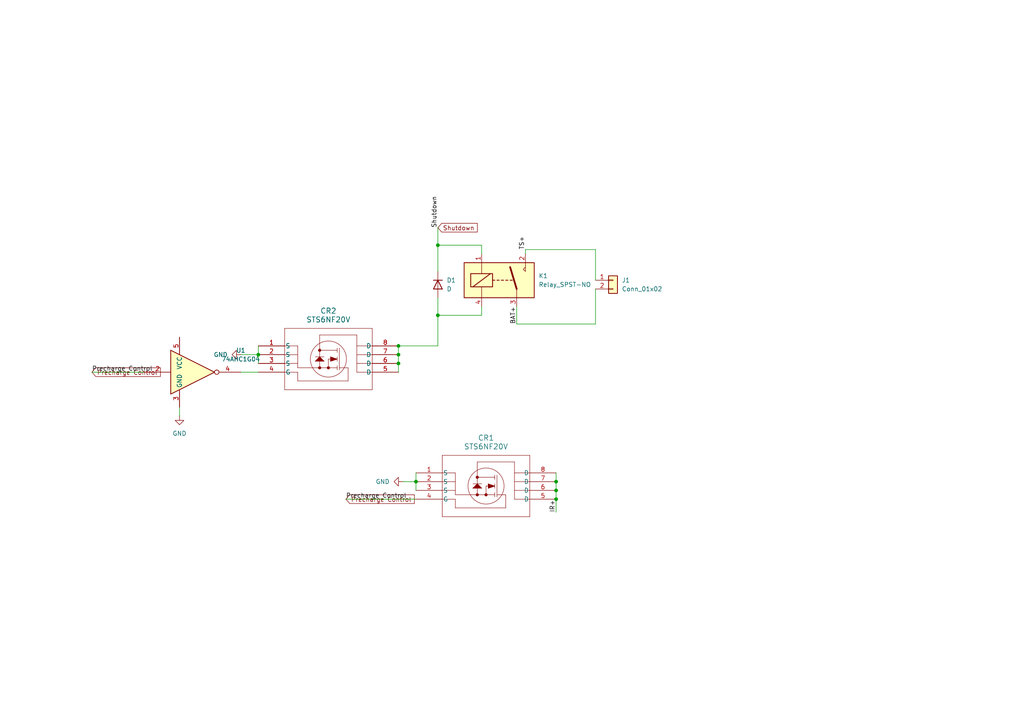
<source format=kicad_sch>
(kicad_sch (version 20231120) (generator "eeschema") (generator_version "8.0")
  (paper "A4")
  (lib_symbols
    (symbol "1FS_2_Global_Symbol_Library:STS6NF20V" (pin_names (offset 0.254))
      (property "Reference" "CR" (at 20.32 10.16 0))
      (property "Value" "STS6NF20V" (at 20.32 7.62 0))
      (symbol "STS6NF20V_0_1"
        (polyline (pts (xy 7.62 -12.7) (xy 33.02 -12.7)) (stroke (width 0.127)))
        (polyline (pts (xy 7.62 -5.08) (xy 11.43 -5.08)) (stroke (width 0.127)))
        (polyline (pts (xy 7.62 -2.54) (xy 11.43 -2.54)) (stroke (width 0.127)))
        (polyline (pts (xy 7.62 0) (xy 11.43 0)) (stroke (width 0.127)))
        (polyline (pts (xy 7.62 5.08) (xy 7.62 -12.7)) (stroke (width 0.127)))
        (polyline (pts (xy 11.43 -10.16) (xy 11.43 -7.62)) (stroke (width 0.127)))
        (polyline (pts (xy 11.43 -7.62) (xy 7.62 -7.62)) (stroke (width 0.127)))
        (polyline (pts (xy 11.43 -6.35) (xy 14.605 -6.35)) (stroke (width 0.127)))
        (polyline (pts (xy 11.43 0) (xy 11.43 -6.35)) (stroke (width 0.127)))
        (polyline (pts (xy 16.51 -4.445) (xy 17.78 -3.175)) (stroke (width 0.127)))
        (polyline (pts (xy 16.51 -4.445) (xy 19.05 -4.445)) (stroke (width 0.127)))
        (polyline (pts (xy 16.51 -3.175) (xy 19.05 -3.175)) (stroke (width 0.127)))
        (polyline (pts (xy 17.78 -6.35) (xy 17.78 3.175)) (stroke (width 0.127)))
        (polyline (pts (xy 17.78 3.175) (xy 28.575 3.175)) (stroke (width 0.127)))
        (polyline (pts (xy 19.05 -4.445) (xy 17.78 -3.175)) (stroke (width 0.127)))
        (polyline (pts (xy 20.32 -3.81) (xy 20.32 -6.35)) (stroke (width 0.127)))
        (polyline (pts (xy 20.32 -3.81) (xy 22.86 -3.81)) (stroke (width 0.127)))
        (polyline (pts (xy 20.955 -4.445) (xy 22.86 -3.81)) (stroke (width 0.127)))
        (polyline (pts (xy 20.955 -3.175) (xy 20.955 -4.445)) (stroke (width 0.127)))
        (polyline (pts (xy 22.86 -6.985) (xy 22.86 -5.715)) (stroke (width 0.127)))
        (polyline (pts (xy 22.86 -6.35) (xy 14.605 -6.35)) (stroke (width 0.127)))
        (polyline (pts (xy 22.86 -4.445) (xy 22.86 -3.175)) (stroke (width 0.127)))
        (polyline (pts (xy 22.86 -3.81) (xy 20.955 -3.175)) (stroke (width 0.127)))
        (polyline (pts (xy 22.86 -1.905) (xy 22.86 -0.635)) (stroke (width 0.127)))
        (polyline (pts (xy 22.86 -1.27) (xy 17.78 -1.27)) (stroke (width 0.127)))
        (polyline (pts (xy 23.495 -6.35) (xy 26.035 -6.35)) (stroke (width 0.127)))
        (polyline (pts (xy 23.495 -0.635) (xy 23.495 -6.985)) (stroke (width 0.127)))
        (polyline (pts (xy 26.035 -10.16) (xy 11.43 -10.16)) (stroke (width 0.127)))
        (polyline (pts (xy 26.035 -6.35) (xy 26.035 -10.16)) (stroke (width 0.127)))
        (polyline (pts (xy 28.575 -7.62) (xy 33.02 -7.62)) (stroke (width 0.127)))
        (polyline (pts (xy 28.575 3.175) (xy 28.575 -7.62)) (stroke (width 0.127)))
        (polyline (pts (xy 33.02 -12.7) (xy 33.02 5.08)) (stroke (width 0.127)))
        (polyline (pts (xy 33.02 -5.08) (xy 28.575 -5.08)) (stroke (width 0.127)))
        (polyline (pts (xy 33.02 -2.54) (xy 28.575 -2.54)) (stroke (width 0.127)))
        (polyline (pts (xy 33.02 0) (xy 28.575 0)) (stroke (width 0.127)))
        (polyline (pts (xy 33.02 5.08) (xy 7.62 5.08)) (stroke (width 0.127)))
        (polyline (pts (xy 16.51 -4.445) (xy 17.78 -3.175) (xy 19.05 -4.445)) (fill (type outline)))
        (polyline (pts (xy 20.955 -3.175) (xy 20.955 -4.445) (xy 22.86 -3.81)) (fill (type outline)))
        (circle (center 17.78 -6.35) (radius 0.254) (stroke (width 0.381)))
        (circle (center 17.78 -1.27) (radius 0.254) (stroke (width 0.381)))
        (circle (center 20.32 -6.35) (radius 0.254) (stroke (width 0.381)))
        (circle (center 20.32 -3.81) (radius 5.2324) (stroke (width 0.127)))
        (pin unspecified line (at 0 0 0) (length 7.62) (name "S") (number "1"))
        (pin unspecified line (at 0 -2.54 0) (length 7.62) (name "S") (number "2"))
        (pin unspecified line (at 0 -5.08 0) (length 7.62) (name "S") (number "3"))
        (pin unspecified line (at 0 -7.62 0) (length 7.62) (name "G") (number "4"))
        (pin unspecified line (at 40.64 -7.62 180) (length 7.62) (name "D") (number "5"))
        (pin unspecified line (at 40.64 -5.08 180) (length 7.62) (name "D") (number "6"))
        (pin unspecified line (at 40.64 -2.54 180) (length 7.62) (name "D") (number "7"))
        (pin unspecified line (at 40.64 0 180) (length 7.62) (name "D") (number "8"))
      )
    )
    (symbol "74xGxx:74AHC1G04"
      (property "Reference" "U" (at -2.54 3.81 0))
      (property "Value" "74AHC1G04" (at 0 -3.81 0))
      (symbol "74AHC1G04_0_1"
        (polyline (pts (xy -7.62 6.35) (xy -7.62 -6.35) (xy 5.08 0) (xy -7.62 6.35)) (stroke (width 0.254)) (fill (type background)))
      )
      (symbol "74AHC1G04_1_1"
        (pin input line (at -15.24 0 0) (length 7.62) (name "~") (number "2"))
        (pin power_in line (at -5.08 -10.16 90) (length 5.08) (name "GND") (number "3"))
        (pin output inverted (at 12.7 0 180) (length 7.62) (name "~") (number "4"))
        (pin power_in line (at -5.08 10.16 270) (length 5.08) (name "VCC") (number "5"))
      )
    )
    (symbol "Connector_Generic:Conn_01x02" (pin_names (offset 1.016) hide)
      (property "Reference" "J" (at 0 2.54 0))
      (property "Value" "Conn_01x02" (at 0 -5.08 0))
      (symbol "Conn_01x02_1_1"
        (rectangle (start -1.27 -2.413) (end 0 -2.667) (stroke (width 0.1524)))
        (rectangle (start -1.27 0.127) (end 0 -0.127) (stroke (width 0.1524)))
        (rectangle (start -1.27 1.27) (end 1.27 -3.81) (stroke (width 0.254)) (fill (type background)))
        (pin passive line (at -5.08 0 0) (length 3.81) (name "Pin_1") (number "1"))
        (pin passive line (at -5.08 -2.54 0) (length 3.81) (name "Pin_2") (number "2"))
      )
    )
    (symbol "Device:D" (pin_numbers hide) (pin_names (offset 1.016) hide)
      (property "Reference" "D" (at 0 2.54 0))
      (property "Value" "D" (at 0 -2.54 0))
      (symbol "D_0_1"
        (polyline (pts (xy -1.27 1.27) (xy -1.27 -1.27)) (stroke (width 0.254)))
        (polyline (pts (xy 1.27 0) (xy -1.27 0)))
        (polyline (pts (xy 1.27 1.27) (xy 1.27 -1.27) (xy -1.27 0) (xy 1.27 1.27)) (stroke (width 0.254)))
      )
      (symbol "D_1_1"
        (pin passive line (at -3.81 0 0) (length 2.54) (name "K") (number "1"))
        (pin passive line (at 3.81 0 180) (length 2.54) (name "A") (number "2"))
      )
    )
    (symbol "GND_1" (power) (pin_numbers hide) (pin_names (offset 0) hide)
      (property "Value" "GND" (at 0 -3.81 0))
      (symbol "GND_1_0_1"
        (polyline (pts (xy 0 0) (xy 0 -1.27) (xy 1.27 -1.27) (xy 0 -2.54) (xy -1.27 -1.27) (xy 0 -1.27)))
      )
      (symbol "GND_1_1_1"
        (pin power_in line (at 0 0 270) (length 0) (name "~") (number "1"))
      )
    )
    (symbol "GND_2" (power) (pin_numbers hide) (pin_names (offset 0) hide)
      (property "Value" "GND" (at 0 -3.81 0))
      (symbol "GND_2_0_1"
        (polyline (pts (xy 0 0) (xy 0 -1.27) (xy 1.27 -1.27) (xy 0 -2.54) (xy -1.27 -1.27) (xy 0 -1.27)))
      )
      (symbol "GND_2_1_1"
        (pin power_in line (at 0 0 270) (length 0) (name "~") (number "1"))
      )
    )
    (symbol "Relay:Relay_SPST-NO"
      (property "Reference" "K1" (at 11.43 1.27 0))
      (property "Value" "Relay_SPST-NO" (at 11.43 -1.27 0))
      (symbol "Relay_SPST-NO_0_0"
        (polyline (pts (xy 7.62 5.08) (xy 7.62 2.54) (xy 6.985 3.175) (xy 7.62 3.81)))
      )
      (symbol "Relay_SPST-NO_0_1"
        (rectangle (start -10.16 5.08) (end 10.16 -5.08) (stroke (width 0.254)) (fill (type background)))
        (rectangle (start -8.255 1.905) (end -1.905 -1.905) (stroke (width 0.254)))
        (polyline (pts (xy -7.62 -1.905) (xy -2.54 1.905)) (stroke (width 0.254)))
        (polyline (pts (xy -5.08 -5.08) (xy -5.08 -1.905)))
        (polyline (pts (xy -5.08 5.08) (xy -5.08 1.905)))
        (polyline (pts (xy -1.905 0) (xy -1.27 0)) (stroke (width 0.254)))
        (polyline (pts (xy -0.635 0) (xy 0 0)) (stroke (width 0.254)))
        (polyline (pts (xy 0.635 0) (xy 1.27 0)) (stroke (width 0.254)))
        (polyline (pts (xy 1.905 0) (xy 2.54 0)) (stroke (width 0.254)))
        (polyline (pts (xy 3.175 0) (xy 3.81 0)) (stroke (width 0.254)))
        (polyline (pts (xy 5.08 -2.54) (xy 3.175 3.81)) (stroke (width 0.508)))
        (polyline (pts (xy 5.08 -2.54) (xy 5.08 -5.08)))
      )
      (symbol "Relay_SPST-NO_1_1"
        (pin passive line (at -5.08 7.62 270) (length 2.54) (name "~") (number "1"))
        (pin passive line (at 7.62 7.62 270) (length 2.54) (name "~") (number "2"))
        (pin passive line (at 5.08 -7.62 90) (length 2.54) (name "~") (number "3"))
        (pin passive line (at -5.08 -7.62 90) (length 2.54) (name "~") (number "4"))
      )
    )
    (symbol "power:GND" (power) (pin_names (offset 0))
      (property "Value" "GND" (at 0 -3.81 0))
      (symbol "GND_0_1"
        (polyline (pts (xy 0 0) (xy 0 -1.27) (xy 1.27 -1.27) (xy 0 -2.54) (xy -1.27 -1.27) (xy 0 -1.27)))
      )
      (symbol "GND_1_1"
        (pin power_in line (at 0 0 270) (length 0) hide (name "GND") (number "1"))
      )
    )
  )
  (junction (at 127 71.12))
  (junction (at 161.29 142.24))
  (junction (at 161.29 139.7))
  (junction (at 161.29 144.78))
  (junction (at 115.57 105.41))
  (junction (at 115.57 100.33))
  (junction (at 74.93 102.87))
  (junction (at 127 91.44))
  (junction (at 115.57 102.87))
  (junction (at 120.65 139.7))
  (wire (pts (xy 120.65 139.7) (xy 120.65 142.24)))
  (wire (pts (xy 139.7 71.12) (xy 127 71.12)))
  (wire (pts (xy 115.57 102.87) (xy 115.57 105.41)))
  (wire (pts (xy 127 86.36) (xy 127 91.44)))
  (wire (pts (xy 161.29 144.78) (xy 161.29 148.59)))
  (wire (pts (xy 152.4 72.39) (xy 172.72 72.39)))
  (wire (pts (xy 127 71.12) (xy 127 78.74)))
  (wire (pts (xy 26.67 107.95) (xy 41.91 107.95)))
  (wire (pts (xy 52.07 118.11) (xy 52.07 120.65)))
  (wire (pts (xy 69.85 102.87) (xy 74.93 102.87)))
  (wire (pts (xy 74.93 100.33) (xy 74.93 102.87)))
  (wire (pts (xy 116.84 139.7) (xy 120.65 139.7)))
  (wire (pts (xy 127 91.44) (xy 139.7 91.44)))
  (wire (pts (xy 139.7 91.44) (xy 139.7 88.9)))
  (wire (pts (xy 172.72 93.98) (xy 172.72 83.82)))
  (wire (pts (xy 127 100.33) (xy 127 91.44)))
  (wire (pts (xy 139.7 73.66) (xy 139.7 71.12)))
  (wire (pts (xy 172.72 72.39) (xy 172.72 81.28)))
  (wire (pts (xy 127 66.04) (xy 127 71.12)))
  (wire (pts (xy 115.57 100.33) (xy 127 100.33)))
  (wire (pts (xy 115.57 105.41) (xy 115.57 107.95)))
  (wire (pts (xy 161.29 142.24) (xy 161.29 144.78)))
  (wire (pts (xy 152.4 72.39) (xy 152.4 73.66)))
  (wire (pts (xy 149.86 88.9) (xy 149.86 93.98)))
  (wire (pts (xy 115.57 100.33) (xy 115.57 102.87)))
  (wire (pts (xy 120.65 137.16) (xy 120.65 139.7)))
  (wire (pts (xy 74.93 102.87) (xy 74.93 105.41)))
  (wire (pts (xy 69.85 107.95) (xy 74.93 107.95)))
  (wire (pts (xy 100.33 144.78) (xy 120.65 144.78)))
  (wire (pts (xy 161.29 139.7) (xy 161.29 142.24)))
  (wire (pts (xy 149.86 93.98) (xy 172.72 93.98)))
  (wire (pts (xy 161.29 137.16) (xy 161.29 139.7)))
  (label "Shutdown" (at 127 66.04 90))
  (label "Precharge Control" (at 100.33 144.78 0))
  (label "IR+" (at 161.29 148.59 90))
  (label "TS+" (at 152.4 72.39 90))
  (label "BAT+" (at 149.86 93.98 90))
  (label "Precharge Control" (at 26.67 107.95 0))
  (global_label "Precharge Control" (shape input) (at 100.33 144.78 0) (property "Intersheetrefs" "${INTERSHEET_REFS}" (effects (hide yes))))
  (global_label "Precharge Control" (shape input) (at 26.67 107.95 0) (property "Intersheetrefs" "${INTERSHEET_REFS}" (effects (hide yes))))
  (global_label "Shutdown" (shape input) (at 127 66.04 0) (property "Intersheetrefs" "${INTERSHEET_REFS}" (effects (hide yes))))
  (symbol (lib_id "Connector_Generic:Conn_01x02") (at 177.8 81.28 0) (unit 1)
    (property "Reference" "J1" (at 180.34 81.2799 0) (effects (justify left)))
    (property "Value" "Conn_01x02" (at 180.34 83.8199 0) (effects (justify left)))
    (property "Footprint" "Connector_Molex:Molex_Nano-Fit_105309-xx02_1x02_P2.50mm_Vertical" (effects (hide yes)))
    (property "Description" "Generic connector, single row, 01x02, script generated (kicad-library-utils/schlib/autogen/connector/)" (effects (hide yes)))
  )
  (symbol (lib_name "GND_1") (lib_id "power:GND") (at 69.85 102.87 270) (unit 1)
    (property "Reference" "#PWR03" (effects (hide yes)))
    (property "Value" "GND" (at 66.04 102.8699 90) (effects (justify right)))
    (property "Description" "Power symbol creates a global label with name \"GND\" , ground" (effects (hide yes)))
  )
  (symbol (lib_name "GND_2") (lib_id "power:GND") (at 52.07 120.65 0) (unit 1)
    (property "Reference" "#PWR02" (effects (hide yes)))
    (property "Value" "GND" (at 52.07 125.73 0))
    (property "Description" "Power symbol creates a global label with name \"GND\" , ground" (effects (hide yes)))
  )
  (symbol (lib_id "1FS_2_Global_Symbol_Library:STS6NF20V") (at 74.93 100.33 0) (unit 1)
    (property "Reference" "CR2" (at 95.25 90.17 0) (effects (font (size 1.524 1.524))))
    (property "Value" "STS6NF20V" (at 95.25 92.71 0) (effects (font (size 1.524 1.524))))
    (property "Footprint" "Package_SO:SO-8_3.9x4.9mm_P1.27mm" (effects (hide yes)))
    (property "Datasheet" "STS6NF20V" (effects (hide yes)))
  )
  (symbol (lib_id "Device:D") (at 127 82.55 270) (unit 1)
    (property "Reference" "D1" (at 129.54 81.28 90) (effects (justify left)))
    (property "Value" "D" (at 129.54 83.82 90) (effects (justify left)))
    (property "Footprint" "Diode_SMD:D_2010_5025Metric" (effects (hide yes)))
    (property "Sim.Device" "D" (effects (hide yes)))
    (property "Sim.Pins" "1=K 2=A" (effects (hide yes)))
  )
  (symbol (lib_id "1FS_2_Global_Symbol_Library:STS6NF20V") (at 120.65 137.16 0) (unit 1)
    (property "Reference" "CR1" (at 140.97 127 0) (effects (font (size 1.524 1.524))))
    (property "Value" "STS6NF20V" (at 140.97 129.54 0) (effects (font (size 1.524 1.524))))
    (property "Footprint" "Package_SO:SO-8_3.9x4.9mm_P1.27mm" (effects (hide yes)))
    (property "Datasheet" "STS6NF20V" (effects (hide yes)))
  )
  (symbol (lib_id "Relay:Relay_SPST-NO") (at 144.78 81.28 0) (unit 1)
    (property "Reference" "K1" (at 156.21 80.01 0) (effects (justify left)))
    (property "Value" "Relay_SPST-NO" (at 156.21 82.55 0) (effects (justify left)))
    (property "Footprint" "FS_3_Global_Footprint_Library:G5PZ-1A-X DC12" (effects (hide yes)))
  )
  (symbol (lib_id "74xGxx:74AHC1G04") (at 57.15 107.95 0) (unit 1)
    (property "Reference" "U1" (at 69.85 101.6314 0))
    (property "Value" "74AHC1G04" (at 69.85 104.1714 0))
    (property "Footprint" "Package_TO_SOT_SMD:SOT-23-5" (effects (hide yes)))
    (property "Datasheet" "http://www.ti.com/lit/sg/scyt129e/scyt129e.pdf" (effects (hide yes)))
    (property "Description" "Single NOT Gate, Low-Voltage CMOS" (effects (hide yes)))
  )
  (symbol (lib_id "power:GND") (at 116.84 139.7 270) (unit 1)
    (property "Reference" "#PWR01" (effects (hide yes)))
    (property "Value" "GND" (at 113.03 139.7 90) (effects (justify right)))
  )
)
</source>
